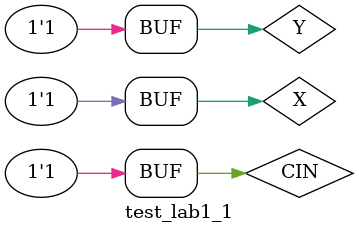
<source format=v>
`timescale 1ns / 1ps
module test_lab1_1;

wire COUT, S;
reg X, Y, CIN;

lab1_1 U0(.cout(COUT), .x(X), .y(Y), .cin(CIN), .s(S));

initial
begin
CIN = 0; X = 0; Y = 0;
#100 CIN = 0; X = 0; Y = 1; 
#100 CIN = 0; X = 1; Y = 0; 
#100 CIN = 0; X = 1; Y = 1; 
#100 CIN = 1; X = 0; Y = 0; 
#100 CIN = 1; X = 0; Y = 1; 
#100 CIN = 1; X = 1; Y = 0; 
#100 CIN = 1; X = 1; Y = 1;
end 

endmodule

</source>
